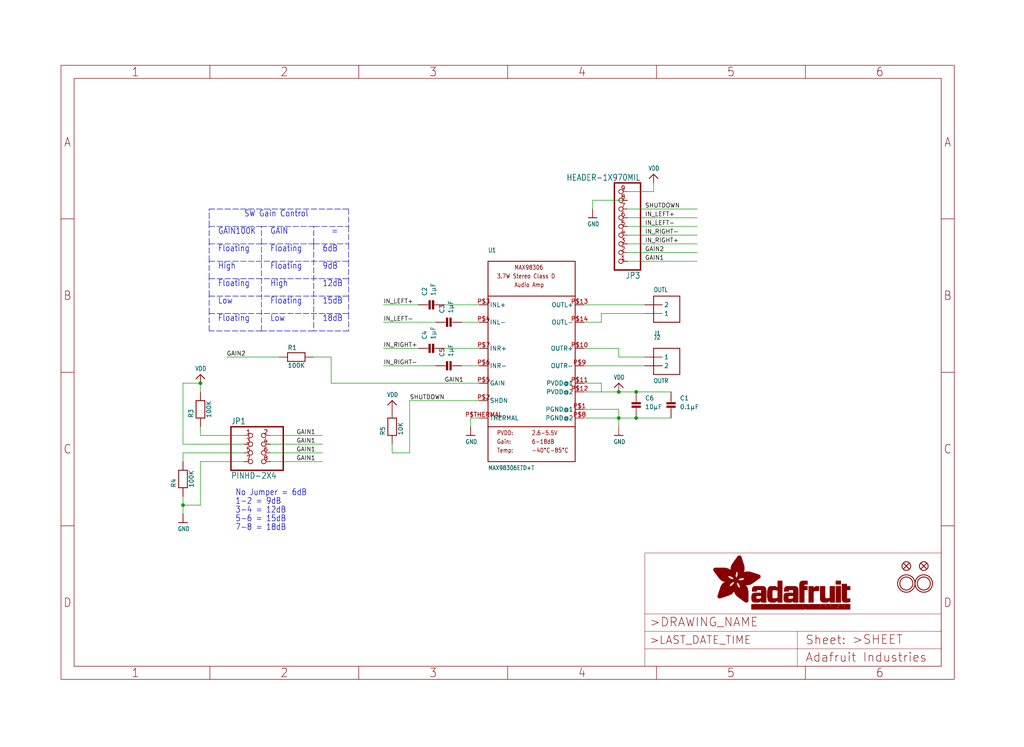
<source format=kicad_sch>
(kicad_sch (version 20211123) (generator eeschema)
  (paper "User" 298.45 217.881)
  (lib_symbols
    (symbol "schematicEagle-eagle-import:AUDIOAMP_MAX98306"
      (property "Reference" "U" (at -12.7 30.48 0))
      (property "Value" "AUDIOAMP_MAX98306" (at -12.7 -33.02 0))
      (symbol "AUDIOAMP_MAX98306_1_0"
        (text "-40°C-85°C" (at 0 -27.94 0) (effects (font (size 1.27 1.0795)) (justify left bottom)))
        (text "2.6-5.5V" (at 0 -22.86 0) (effects (font (size 1.27 1.0795)) (justify left bottom)))
        (text "3.7W Stereo Class D" (at -10.16 22.86 0) (effects (font (size 1.27 1.0795)) (justify left bottom)))
        (text "6-18dB" (at 0 -25.4 0) (effects (font (size 1.27 1.0795)) (justify left bottom)))
        (text "Audio Amp" (at -5.08 20.32 0) (effects (font (size 1.27 1.0795)) (justify left bottom)))
        (text "Gain:" (at -10.16 -25.4 0) (effects (font (size 1.27 1.0795)) (justify left bottom)))
        (text "MAX98306" (at -5.08 25.4 0) (effects (font (size 1.27 1.0795)) (justify left bottom)))
        (text "PVDD:" (at -10.16 -22.86 0) (effects (font (size 1.27 1.0795)) (justify left bottom)))
        (text "Temp:" (at -10.16 -27.94 0) (effects (font (size 1.27 1.0795)) (justify left bottom)))
        (pin power_in line (at 15.24 -15.24 180) (length 2.54) (name "PGND@1") (number "P$1"))
        (pin output line (at 15.24 2.54 180) (length 2.54) (name "OUTR+") (number "P$10"))
        (pin power_in line (at 15.24 -7.62 180) (length 2.54) (name "PVDD@1") (number "P$11"))
        (pin power_in line (at 15.24 -10.16 180) (length 2.54) (name "PVDD@2") (number "P$12"))
        (pin output line (at 15.24 15.24 180) (length 2.54) (name "OUTL+") (number "P$13"))
        (pin output line (at 15.24 10.16 180) (length 2.54) (name "OUTL-") (number "P$14"))
        (pin input line (at -15.24 -12.7 0) (length 2.54) (name "SHDN") (number "P$2"))
        (pin input line (at -15.24 15.24 0) (length 2.54) (name "INL+") (number "P$3"))
        (pin input line (at -15.24 10.16 0) (length 2.54) (name "INL-") (number "P$4"))
        (pin input line (at -15.24 -7.62 0) (length 2.54) (name "GAIN") (number "P$5"))
        (pin input line (at -15.24 -2.54 0) (length 2.54) (name "INR-") (number "P$6"))
        (pin input line (at -15.24 2.54 0) (length 2.54) (name "INR+") (number "P$7"))
        (pin power_in line (at 15.24 -17.78 180) (length 2.54) (name "PGND@2") (number "P$8"))
        (pin output line (at 15.24 -2.54 180) (length 2.54) (name "OUTR-") (number "P$9"))
        (pin power_in line (at -15.24 -17.78 0) (length 2.54) (name "THERMAL") (number "P$THERMAL"))
      )
    )
    (symbol "schematicEagle-eagle-import:CAP_CERAMIC0805"
      (property "Reference" "C" (at 2.54 2.54 0))
      (property "Value" "CAP_CERAMIC0805" (at 2.54 0 0))
      (symbol "CAP_CERAMIC0805_1_0"
        (pin passive line (at 0 5.08 270) (length 2.54) (name "P$1") (number "1"))
        (pin passive line (at 0 -2.54 90) (length 2.54) (name "P$2") (number "2"))
      )
    )
    (symbol "schematicEagle-eagle-import:FIDUCIAL{dblquote}{dblquote}")
    (symbol "schematicEagle-eagle-import:FRAME_A4_ADAFRUIT"
      (symbol "FRAME_A4_ADAFRUIT_0_0"
        (text "1" (at 21.6958 1.905 0) (effects (font (size 2.54 2.286))))
        (text "1" (at 21.6958 177.165 0) (effects (font (size 2.54 2.286))))
        (text "2" (at 65.0875 1.905 0) (effects (font (size 2.54 2.286))))
        (text "2" (at 65.0875 177.165 0) (effects (font (size 2.54 2.286))))
        (text "3" (at 108.4792 1.905 0) (effects (font (size 2.54 2.286))))
        (text "3" (at 108.4792 177.165 0) (effects (font (size 2.54 2.286))))
        (text "4" (at 151.8708 1.905 0) (effects (font (size 2.54 2.286))))
        (text "4" (at 151.8708 177.165 0) (effects (font (size 2.54 2.286))))
        (text "5" (at 195.2625 1.905 0) (effects (font (size 2.54 2.286))))
        (text "5" (at 195.2625 177.165 0) (effects (font (size 2.54 2.286))))
        (text "6" (at 238.6542 1.905 0) (effects (font (size 2.54 2.286))))
        (text "6" (at 238.6542 177.165 0) (effects (font (size 2.54 2.286))))
        (text "A" (at 1.905 156.6863 0) (effects (font (size 2.54 2.286))))
        (text "A" (at 258.445 156.6863 0) (effects (font (size 2.54 2.286))))
        (text "B" (at 1.905 111.9188 0) (effects (font (size 2.54 2.286))))
        (text "B" (at 258.445 111.9188 0) (effects (font (size 2.54 2.286))))
        (text "C" (at 1.905 67.1513 0) (effects (font (size 2.54 2.286))))
        (text "C" (at 258.445 67.1513 0) (effects (font (size 2.54 2.286))))
        (text "D" (at 1.905 22.3838 0) (effects (font (size 2.54 2.286))))
        (text "D" (at 258.445 22.3838 0) (effects (font (size 2.54 2.286))))
      )
      (symbol "FRAME_A4_ADAFRUIT_1_0"
        (text ">DRAWING_NAME" (at 171.45 15.24 0) (effects (font (size 2.54 2.54)) (justify left bottom)))
        (text ">LAST_DATE_TIME" (at 171.45 10.16 0) (effects (font (size 2.286 2.286)) (justify left bottom)))
        (text ">SHEET" (at 230.505 10.16 0) (effects (font (size 2.54 2.54)) (justify left bottom)))
        (text "Adafruit Industries" (at 216.916 4.953 0) (effects (font (size 2.54 2.54)) (justify left bottom)))
        (text "Sheet:" (at 216.916 10.033 0) (effects (font (size 2.54 2.54)) (justify left bottom)))
      )
    )
    (symbol "schematicEagle-eagle-import:GND" (power)
      (property "Value" "GND" (at -1.524 -2.54 0))
      (symbol "GND_1_0"
        (pin power_in line (at 0 2.54 270) (length 2.54) (name "GND") (number "1"))
      )
    )
    (symbol "schematicEagle-eagle-import:HEADER-1X970MIL"
      (property "Reference" "JP" (at -6.35 13.335 0))
      (property "Value" "HEADER-1X970MIL" (at -6.35 -15.24 0))
      (symbol "HEADER-1X970MIL_1_0"
        (pin passive inverted (at -2.54 10.16 0) (length 2.54) (name "1") (number "1"))
        (pin passive inverted (at -2.54 7.62 0) (length 2.54) (name "2") (number "2"))
        (pin passive inverted (at -2.54 5.08 0) (length 2.54) (name "3") (number "3"))
        (pin passive inverted (at -2.54 2.54 0) (length 2.54) (name "4") (number "4"))
        (pin passive inverted (at -2.54 0 0) (length 2.54) (name "5") (number "5"))
        (pin passive inverted (at -2.54 -2.54 0) (length 2.54) (name "6") (number "6"))
        (pin passive inverted (at -2.54 -5.08 0) (length 2.54) (name "7") (number "7"))
        (pin passive inverted (at -2.54 -7.62 0) (length 2.54) (name "8") (number "8"))
        (pin passive inverted (at -2.54 -10.16 0) (length 2.54) (name "9") (number "9"))
      )
    )
    (symbol "schematicEagle-eagle-import:MOUNTINGHOLE2.5")
    (symbol "schematicEagle-eagle-import:PINHD-2X4"
      (property "Reference" "JP" (at -6.35 8.255 0))
      (property "Value" "PINHD-2X4" (at -6.35 -7.62 0))
      (symbol "PINHD-2X4_1_0"
        (pin passive inverted (at -2.54 5.08 0) (length 2.54) (name "1") (number "1"))
        (pin passive inverted (at 5.08 5.08 180) (length 2.54) (name "2") (number "2"))
        (pin passive inverted (at -2.54 2.54 0) (length 2.54) (name "3") (number "3"))
        (pin passive inverted (at 5.08 2.54 180) (length 2.54) (name "4") (number "4"))
        (pin passive inverted (at -2.54 0 0) (length 2.54) (name "5") (number "5"))
        (pin passive inverted (at 5.08 0 180) (length 2.54) (name "6") (number "6"))
        (pin passive inverted (at -2.54 -2.54 0) (length 2.54) (name "7") (number "7"))
        (pin passive inverted (at 5.08 -2.54 180) (length 2.54) (name "8") (number "8"))
      )
    )
    (symbol "schematicEagle-eagle-import:RESISTOR0805"
      (property "Reference" "R" (at -2.54 2.032 0))
      (property "Value" "RESISTOR0805" (at -2.54 -3.175 0))
      (symbol "RESISTOR0805_1_0"
        (pin passive line (at -5.08 0 0) (length 2.54) (name "1") (number "1"))
        (pin passive line (at 5.08 0 180) (length 2.54) (name "2") (number "2"))
      )
    )
    (symbol "schematicEagle-eagle-import:TERMBLOCK_1X2"
      (property "Reference" "J" (at -2.54 7.62 0))
      (property "Value" "TERMBLOCK_1X2" (at -2.54 -5.08 0))
      (symbol "TERMBLOCK_1X2_1_0"
        (pin passive line (at -5.08 2.54 0) (length 5.08) (name "1") (number "1"))
        (pin passive line (at -5.08 0 0) (length 5.08) (name "2") (number "2"))
      )
    )
    (symbol "schematicEagle-eagle-import:VDD" (power)
      (property "Value" "VDD" (at -1.524 1.016 0))
      (symbol "VDD_1_0"
        (pin power_in line (at 0 -2.54 90) (length 2.54) (name "VDD") (number "1"))
      )
    )
  )
  (junction (at 180.34 114.3))
  (junction (at 58.42 111.76))
  (junction (at 53.34 147.32))
  (junction (at 180.34 121.92))
  (junction (at 185.42 121.92))
  (junction (at 185.42 114.3))
  (wire (pts (xy 78.74 127) (xy 93.98 127)))
  (wire (pts (xy 185.42 121.92) (xy 180.34 121.92)))
  (polyline (pts (xy 60.96 86.36) (xy 60.96 81.28)))
  (polyline (pts (xy 101.6 76.2) (xy 101.6 81.28)))
  (wire (pts (xy 175.26 91.44) (xy 187.96 91.44)))
  (wire (pts (xy 96.52 111.76) (xy 96.52 104.14)))
  (wire (pts (xy 78.74 134.62) (xy 93.98 134.62)))
  (wire (pts (xy 114.3 132.08) (xy 114.3 129.54)))
  (wire (pts (xy 170.18 114.3) (xy 180.34 114.3)))
  (polyline (pts (xy 101.6 71.12) (xy 101.6 76.2)))
  (wire (pts (xy 190.5 55.88) (xy 190.5 53.34)))
  (wire (pts (xy 170.18 111.76) (xy 175.26 111.76)))
  (wire (pts (xy 78.74 132.08) (xy 93.98 132.08)))
  (wire (pts (xy 127 93.98) (xy 111.76 93.98)))
  (wire (pts (xy 71.12 134.62) (xy 58.42 134.62)))
  (wire (pts (xy 175.26 93.98) (xy 175.26 91.44)))
  (polyline (pts (xy 101.6 60.96) (xy 101.6 66.04)))
  (wire (pts (xy 182.88 66.04) (xy 203.2 66.04)))
  (wire (pts (xy 182.88 76.2) (xy 203.2 76.2)))
  (wire (pts (xy 139.7 116.84) (xy 119.38 116.84)))
  (wire (pts (xy 53.34 129.54) (xy 53.34 111.76)))
  (wire (pts (xy 139.7 101.6) (xy 129.54 101.6)))
  (wire (pts (xy 170.18 88.9) (xy 187.96 88.9)))
  (wire (pts (xy 182.88 58.42) (xy 172.72 58.42)))
  (wire (pts (xy 58.42 127) (xy 58.42 124.46)))
  (wire (pts (xy 170.18 119.38) (xy 180.34 119.38)))
  (wire (pts (xy 71.12 132.08) (xy 53.34 132.08)))
  (wire (pts (xy 195.58 121.92) (xy 185.42 121.92)))
  (polyline (pts (xy 91.44 71.12) (xy 101.6 71.12)))
  (wire (pts (xy 53.34 111.76) (xy 58.42 111.76)))
  (wire (pts (xy 139.7 121.92) (xy 137.16 121.92)))
  (wire (pts (xy 58.42 114.3) (xy 58.42 111.76)))
  (polyline (pts (xy 60.96 66.04) (xy 60.96 60.96)))
  (polyline (pts (xy 101.6 66.04) (xy 101.6 71.12)))
  (wire (pts (xy 172.72 58.42) (xy 172.72 60.96)))
  (wire (pts (xy 170.18 121.92) (xy 180.34 121.92)))
  (wire (pts (xy 182.88 73.66) (xy 203.2 73.66)))
  (polyline (pts (xy 101.6 91.44) (xy 101.6 96.52)))
  (wire (pts (xy 170.18 106.68) (xy 187.96 106.68)))
  (polyline (pts (xy 60.96 81.28) (xy 101.6 81.28)))
  (wire (pts (xy 96.52 104.14) (xy 91.44 104.14)))
  (polyline (pts (xy 60.96 91.44) (xy 60.96 86.36)))
  (wire (pts (xy 180.34 104.14) (xy 187.96 104.14)))
  (wire (pts (xy 53.34 147.32) (xy 53.34 149.86)))
  (wire (pts (xy 121.92 101.6) (xy 111.76 101.6)))
  (wire (pts (xy 139.7 111.76) (xy 96.52 111.76)))
  (wire (pts (xy 127 106.68) (xy 111.76 106.68)))
  (wire (pts (xy 139.7 88.9) (xy 129.54 88.9)))
  (polyline (pts (xy 101.6 96.52) (xy 91.44 96.52)))
  (wire (pts (xy 182.88 55.88) (xy 190.5 55.88)))
  (polyline (pts (xy 101.6 86.36) (xy 101.6 91.44)))
  (wire (pts (xy 180.34 119.38) (xy 180.34 121.92)))
  (wire (pts (xy 180.34 121.92) (xy 180.34 124.46)))
  (polyline (pts (xy 76.2 96.52) (xy 60.96 96.52)))
  (wire (pts (xy 71.12 127) (xy 58.42 127)))
  (wire (pts (xy 53.34 144.78) (xy 53.34 147.32)))
  (polyline (pts (xy 60.96 81.28) (xy 60.96 76.2)))
  (polyline (pts (xy 60.96 66.04) (xy 76.2 66.04)))
  (wire (pts (xy 119.38 132.08) (xy 114.3 132.08)))
  (polyline (pts (xy 76.2 66.04) (xy 91.44 66.04)))
  (wire (pts (xy 53.34 132.08) (xy 53.34 134.62)))
  (wire (pts (xy 58.42 134.62) (xy 58.42 147.32)))
  (polyline (pts (xy 60.96 76.2) (xy 60.96 71.12)))
  (polyline (pts (xy 76.2 71.12) (xy 76.2 66.04)))
  (wire (pts (xy 175.26 111.76) (xy 175.26 114.3)))
  (wire (pts (xy 182.88 63.5) (xy 203.2 63.5)))
  (wire (pts (xy 180.34 114.3) (xy 185.42 114.3)))
  (polyline (pts (xy 60.96 96.52) (xy 60.96 91.44)))
  (polyline (pts (xy 76.2 71.12) (xy 91.44 71.12)))
  (polyline (pts (xy 60.96 71.12) (xy 60.96 66.04)))
  (polyline (pts (xy 60.96 91.44) (xy 101.6 91.44)))
  (wire (pts (xy 71.12 129.54) (xy 53.34 129.54)))
  (wire (pts (xy 139.7 106.68) (xy 134.62 106.68)))
  (polyline (pts (xy 60.96 71.12) (xy 76.2 71.12)))
  (polyline (pts (xy 101.6 81.28) (xy 101.6 86.36)))
  (wire (pts (xy 137.16 121.92) (xy 137.16 124.46)))
  (wire (pts (xy 170.18 93.98) (xy 175.26 93.98)))
  (wire (pts (xy 182.88 60.96) (xy 203.2 60.96)))
  (wire (pts (xy 182.88 68.58) (xy 203.2 68.58)))
  (wire (pts (xy 139.7 93.98) (xy 134.62 93.98)))
  (wire (pts (xy 81.28 104.14) (xy 66.04 104.14)))
  (polyline (pts (xy 60.96 86.36) (xy 101.6 86.36)))
  (polyline (pts (xy 91.44 96.52) (xy 76.2 96.52)))
  (polyline (pts (xy 60.96 76.2) (xy 101.6 76.2)))
  (wire (pts (xy 58.42 147.32) (xy 53.34 147.32)))
  (polyline (pts (xy 60.96 60.96) (xy 101.6 60.96)))
  (polyline (pts (xy 76.2 96.52) (xy 76.2 71.12)))
  (polyline (pts (xy 91.44 66.04) (xy 101.6 66.04)))
  (wire (pts (xy 180.34 101.6) (xy 180.34 104.14)))
  (wire (pts (xy 185.42 114.3) (xy 195.58 114.3)))
  (wire (pts (xy 121.92 88.9) (xy 111.76 88.9)))
  (wire (pts (xy 182.88 71.12) (xy 203.2 71.12)))
  (wire (pts (xy 170.18 101.6) (xy 180.34 101.6)))
  (wire (pts (xy 119.38 116.84) (xy 119.38 132.08)))
  (polyline (pts (xy 91.44 71.12) (xy 91.44 66.04)))
  (wire (pts (xy 78.74 129.54) (xy 93.98 129.54)))
  (polyline (pts (xy 91.44 71.12) (xy 91.44 96.52)))
  (text "No Jumper = 6dB" (at 68.58 144.78 180) (effects (font (size 1.778 1.5113)) (justify left bottom)))
  (text "=" (at 96.52 68.58 180) (effects (font (size 1.778 1.5113)) (justify left bottom)))
  (text "Floating" (at 78.74 78.74 180) (effects (font (size 1.778 1.5113)) (justify left bottom)))
  (text "3-4 = 12dB" (at 68.58 149.86 180) (effects (font (size 1.778 1.5113)) (justify left bottom)))
  (text "Low" (at 63.5 88.9 180) (effects (font (size 1.778 1.5113)) (justify left bottom)))
  (text "5-6 = 15dB" (at 68.58 152.4 180) (effects (font (size 1.778 1.5113)) (justify left bottom)))
  (text "6dB" (at 93.98 73.66 180) (effects (font (size 1.778 1.5113)) (justify left bottom)))
  (text "Floating" (at 78.74 88.9 180) (effects (font (size 1.778 1.5113)) (justify left bottom)))
  (text "Low" (at 78.74 93.98 180) (effects (font (size 1.778 1.5113)) (justify left bottom)))
  (text "Floating" (at 63.5 93.98 180) (effects (font (size 1.778 1.5113)) (justify left bottom)))
  (text "GAIN100K" (at 63.5 68.58 180) (effects (font (size 1.778 1.5113)) (justify left bottom)))
  (text "Floating" (at 78.74 73.66 180) (effects (font (size 1.778 1.5113)) (justify left bottom)))
  (text "GAIN" (at 78.74 68.58 180) (effects (font (size 1.778 1.5113)) (justify left bottom)))
  (text "1-2 = 9dB" (at 68.58 147.32 180) (effects (font (size 1.778 1.5113)) (justify left bottom)))
  (text "SW Gain Control" (at 71.12 63.5 180) (effects (font (size 1.778 1.5113)) (justify left bottom)))
  (text "12dB" (at 93.98 83.82 180) (effects (font (size 1.778 1.5113)) (justify left bottom)))
  (text "Floating" (at 63.5 83.82 180) (effects (font (size 1.778 1.5113)) (justify left bottom)))
  (text "High" (at 78.74 83.82 180) (effects (font (size 1.778 1.5113)) (justify left bottom)))
  (text "15dB" (at 93.98 88.9 180) (effects (font (size 1.778 1.5113)) (justify left bottom)))
  (text "7-8 = 18dB" (at 68.58 154.94 180) (effects (font (size 1.778 1.5113)) (justify left bottom)))
  (text "18dB" (at 93.98 93.98 180) (effects (font (size 1.778 1.5113)) (justify left bottom)))
  (text "High" (at 63.5 78.74 180) (effects (font (size 1.778 1.5113)) (justify left bottom)))
  (text "Floating" (at 63.5 73.66 180) (effects (font (size 1.778 1.5113)) (justify left bottom)))
  (text "9dB" (at 93.98 78.74 180) (effects (font (size 1.778 1.5113)) (justify left bottom)))
  (label "GAIN1" (at 86.36 127 0) (effects (font (size 1.2446 1.2446))))
  (label "IN_RIGHT-" (at 111.76 106.68 0) (effects (font (size 1.2446 1.2446))))
  (label "SHUTDOWN" (at 187.96 60.96 0) (effects (font (size 1.2446 1.2446))))
  (label "GAIN1" (at 86.36 134.62 0) (effects (font (size 1.2446 1.2446))))
  (label "GAIN1" (at 86.36 129.54 0) (effects (font (size 1.2446 1.2446))))
  (label "SHUTDOWN" (at 119.38 116.84 0) (effects (font (size 1.2446 1.2446))))
  (label "GAIN2" (at 187.96 73.66 0) (effects (font (size 1.2446 1.2446))))
  (label "IN_RIGHT+" (at 187.96 71.12 0) (effects (font (size 1.2446 1.2446))))
  (label "GAIN1" (at 129.54 111.76 0) (effects (font (size 1.2446 1.2446))))
  (label "IN_RIGHT-" (at 187.96 68.58 0) (effects (font (size 1.2446 1.2446))))
  (label "IN_LEFT+" (at 111.76 88.9 0) (effects (font (size 1.2446 1.2446))))
  (label "GAIN1" (at 86.36 132.08 0) (effects (font (size 1.2446 1.2446))))
  (label "IN_RIGHT+" (at 111.76 101.6 0) (effects (font (size 1.2446 1.2446))))
  (label "IN_LEFT+" (at 187.96 63.5 0) (effects (font (size 1.2446 1.2446))))
  (label "GAIN1" (at 187.96 76.2 0) (effects (font (size 1.2446 1.2446))))
  (label "IN_LEFT-" (at 111.76 93.98 0) (effects (font (size 1.2446 1.2446))))
  (label "IN_LEFT-" (at 187.96 66.04 0) (effects (font (size 1.2446 1.2446))))
  (label "GAIN2" (at 66.04 104.14 0) (effects (font (size 1.2446 1.2446))))
  (symbol (lib_id "schematicEagle-eagle-import:CAP_CERAMIC0805") (at 127 88.9 90) (unit 1)
    (property "Reference" "C2" (at 124.46 86.36 0) (effects (justify left bottom)))
    (property "Value" "1µF" (at 127 86.36 0) (effects (justify left bottom)))
    (property "Footprint" "schematicEagle:0805" (effects hide))
  )
  (symbol (lib_id "schematicEagle-eagle-import:VDD") (at 114.3 116.84 0) (unit 1)
    (property "Reference" "#U$8" (effects hide))
    (property "Value" "VDD" (at 112.776 115.824 0) (effects (font (size 1.27 1.0795)) (justify left bottom)))
    (property "Footprint" "schematicEagle:" (effects hide))
  )
  (symbol (lib_id "schematicEagle-eagle-import:CAP_CERAMIC0805") (at 127 101.6 90) (unit 1)
    (property "Reference" "C4" (at 124.46 99.06 0) (effects (justify left bottom)))
    (property "Value" "1µF" (at 127 99.06 0) (effects (justify left bottom)))
    (property "Footprint" "schematicEagle:0805" (effects hide))
  )
  (symbol (lib_id "schematicEagle-eagle-import:AUDIOAMP_MAX98306") (at 154.94 104.14 0) (unit 1)
    (property "Reference" "U1" (at 142.24 73.66 0) (effects (font (size 1.27 1.0795)) (justify left bottom)))
    (property "Value" "MAX98306ETD+T" (at 142.24 137.16 0) (effects (font (size 1.27 1.0795)) (justify left bottom)))
    (property "Footprint" "schematicEagle:TDFN14_3X3MM" (effects hide))
  )
  (symbol (lib_id "schematicEagle-eagle-import:TERMBLOCK_1X2") (at 193.04 88.9 0) (mirror x) (unit 1)
    (property "Reference" "J1" (at 190.5 96.52 0) (effects (font (size 1.27 1.0795)) (justify left bottom)))
    (property "Value" "OUTL" (at 190.5 83.82 0) (effects (font (size 1.27 1.0795)) (justify left bottom)))
    (property "Footprint" "schematicEagle:TERMBLOCK_1X2-3.5MM" (effects hide))
  )
  (symbol (lib_id "schematicEagle-eagle-import:FIDUCIAL{dblquote}{dblquote}") (at 264.16 165.1 0) (unit 1)
    (property "Reference" "FID2" (effects hide))
    (property "Value" "FIDUCIAL{dblquote}{dblquote}" (effects hide))
    (property "Footprint" "schematicEagle:FIDUCIAL_1MM" (effects hide))
  )
  (symbol (lib_id "schematicEagle-eagle-import:CAP_CERAMIC0805") (at 185.42 119.38 0) (unit 1)
    (property "Reference" "C6" (at 187.96 116.84 0) (effects (justify left bottom)))
    (property "Value" "10µF" (at 187.96 119.38 0) (effects (justify left bottom)))
    (property "Footprint" "schematicEagle:0805" (effects hide))
  )
  (symbol (lib_id "schematicEagle-eagle-import:CAP_CERAMIC0805") (at 132.08 106.68 90) (unit 1)
    (property "Reference" "C5" (at 129.54 104.14 0) (effects (justify left bottom)))
    (property "Value" "1µF" (at 132.08 104.14 0) (effects (justify left bottom)))
    (property "Footprint" "schematicEagle:0805" (effects hide))
  )
  (symbol (lib_id "schematicEagle-eagle-import:MOUNTINGHOLE2.5") (at 269.24 170.18 0) (unit 1)
    (property "Reference" "U$6" (effects hide))
    (property "Value" "MOUNTINGHOLE2.5" (effects hide))
    (property "Footprint" "schematicEagle:MOUNTINGHOLE_2.5_PLATED" (effects hide))
  )
  (symbol (lib_id "schematicEagle-eagle-import:RESISTOR0805") (at 58.42 119.38 90) (unit 1)
    (property "Reference" "R3" (at 56.388 121.92 0) (effects (justify left bottom)))
    (property "Value" "100K" (at 61.595 121.92 0) (effects (justify left bottom)))
    (property "Footprint" "schematicEagle:0805" (effects hide))
  )
  (symbol (lib_id "schematicEagle-eagle-import:VDD") (at 190.5 50.8 0) (unit 1)
    (property "Reference" "#U$11" (effects hide))
    (property "Value" "VDD" (at 188.976 49.784 0) (effects (font (size 1.27 1.0795)) (justify left bottom)))
    (property "Footprint" "schematicEagle:" (effects hide))
  )
  (symbol (lib_id "schematicEagle-eagle-import:FIDUCIAL{dblquote}{dblquote}") (at 269.24 165.1 0) (unit 1)
    (property "Reference" "FID1" (effects hide))
    (property "Value" "FIDUCIAL{dblquote}{dblquote}" (effects hide))
    (property "Footprint" "schematicEagle:FIDUCIAL_1MM" (effects hide))
  )
  (symbol (lib_id "schematicEagle-eagle-import:VDD") (at 180.34 111.76 0) (unit 1)
    (property "Reference" "#U$2" (effects hide))
    (property "Value" "VDD" (at 178.816 110.744 0) (effects (font (size 1.27 1.0795)) (justify left bottom)))
    (property "Footprint" "schematicEagle:" (effects hide))
  )
  (symbol (lib_id "schematicEagle-eagle-import:MOUNTINGHOLE2.5") (at 264.16 170.18 0) (unit 1)
    (property "Reference" "U$7" (effects hide))
    (property "Value" "MOUNTINGHOLE2.5" (effects hide))
    (property "Footprint" "schematicEagle:MOUNTINGHOLE_2.5_PLATED" (effects hide))
  )
  (symbol (lib_id "schematicEagle-eagle-import:CAP_CERAMIC0805") (at 132.08 93.98 90) (unit 1)
    (property "Reference" "C3" (at 129.54 91.44 0) (effects (justify left bottom)))
    (property "Value" "1µF" (at 132.08 91.44 0) (effects (justify left bottom)))
    (property "Footprint" "schematicEagle:0805" (effects hide))
  )
  (symbol (lib_id "schematicEagle-eagle-import:GND") (at 53.34 152.4 0) (unit 1)
    (property "Reference" "#U$5" (effects hide))
    (property "Value" "GND" (at 51.816 154.94 0) (effects (font (size 1.27 1.0795)) (justify left bottom)))
    (property "Footprint" "schematicEagle:" (effects hide))
  )
  (symbol (lib_id "schematicEagle-eagle-import:VDD") (at 58.42 109.22 0) (unit 1)
    (property "Reference" "#U$4" (effects hide))
    (property "Value" "VDD" (at 56.896 108.204 0) (effects (font (size 1.27 1.0795)) (justify left bottom)))
    (property "Footprint" "schematicEagle:" (effects hide))
  )
  (symbol (lib_id "schematicEagle-eagle-import:RESISTOR0805") (at 114.3 124.46 90) (unit 1)
    (property "Reference" "R5" (at 112.268 127 0) (effects (justify left bottom)))
    (property "Value" "10K" (at 117.475 127 0) (effects (justify left bottom)))
    (property "Footprint" "schematicEagle:0805" (effects hide))
  )
  (symbol (lib_id "schematicEagle-eagle-import:RESISTOR0805") (at 86.36 104.14 0) (unit 1)
    (property "Reference" "R1" (at 83.82 102.108 0) (effects (justify left bottom)))
    (property "Value" "100K" (at 83.82 107.315 0) (effects (justify left bottom)))
    (property "Footprint" "schematicEagle:0805" (effects hide))
  )
  (symbol (lib_id "schematicEagle-eagle-import:RESISTOR0805") (at 53.34 139.7 90) (unit 1)
    (property "Reference" "R4" (at 51.308 142.24 0) (effects (justify left bottom)))
    (property "Value" "100K" (at 56.515 142.24 0) (effects (justify left bottom)))
    (property "Footprint" "schematicEagle:0805" (effects hide))
  )
  (symbol (lib_id "schematicEagle-eagle-import:GND") (at 172.72 63.5 0) (unit 1)
    (property "Reference" "#U$12" (effects hide))
    (property "Value" "GND" (at 171.196 66.04 0) (effects (font (size 1.27 1.0795)) (justify left bottom)))
    (property "Footprint" "schematicEagle:" (effects hide))
  )
  (symbol (lib_id "schematicEagle-eagle-import:PINHD-2X4") (at 73.66 132.08 0) (unit 1)
    (property "Reference" "JP1" (at 67.31 123.825 0) (effects (font (size 1.778 1.5113)) (justify left bottom)))
    (property "Value" "PINHD-2X4" (at 67.31 139.7 0) (effects (font (size 1.778 1.5113)) (justify left bottom)))
    (property "Footprint" "schematicEagle:2X04" (effects hide))
  )
  (symbol (lib_id "schematicEagle-eagle-import:GND") (at 137.16 127 0) (unit 1)
    (property "Reference" "#U$9" (effects hide))
    (property "Value" "GND" (at 135.636 129.54 0) (effects (font (size 1.27 1.0795)) (justify left bottom)))
    (property "Footprint" "schematicEagle:" (effects hide))
  )
  (symbol (lib_id "schematicEagle-eagle-import:FRAME_A4_ADAFRUIT") (at 17.78 198.12 0) (unit 1)
    (property "Reference" "#U$1" (effects hide))
    (property "Value" "FRAME_A4_ADAFRUIT" (effects hide))
    (property "Footprint" "schematicEagle:" (effects hide))
  )
  (symbol (lib_id "schematicEagle-eagle-import:TERMBLOCK_1X2") (at 193.04 106.68 0) (unit 1)
    (property "Reference" "J2" (at 190.5 99.06 0) (effects (font (size 1.27 1.0795)) (justify left bottom)))
    (property "Value" "OUTR" (at 190.5 111.76 0) (effects (font (size 1.27 1.0795)) (justify left bottom)))
    (property "Footprint" "schematicEagle:TERMBLOCK_1X2-3.5MM" (effects hide))
  )
  (symbol (lib_id "schematicEagle-eagle-import:HEADER-1X970MIL") (at 180.34 66.04 180) (unit 1)
    (property "Reference" "JP3" (at 186.69 79.375 0) (effects (font (size 1.778 1.5113)) (justify left bottom)))
    (property "Value" "HEADER-1X970MIL" (at 186.69 50.8 0) (effects (font (size 1.778 1.5113)) (justify left bottom)))
    (property "Footprint" "schematicEagle:1X09_ROUND_70" (effects hide))
  )
  (symbol (lib_id "schematicEagle-eagle-import:CAP_CERAMIC0805") (at 195.58 119.38 0) (unit 1)
    (property "Reference" "C1" (at 198.12 116.84 0) (effects (justify left bottom)))
    (property "Value" "0.1µF" (at 198.12 119.38 0) (effects (justify left bottom)))
    (property "Footprint" "schematicEagle:0805" (effects hide))
  )
  (symbol (lib_id "schematicEagle-eagle-import:GND") (at 180.34 127 0) (unit 1)
    (property "Reference" "#U$3" (effects hide))
    (property "Value" "GND" (at 178.816 129.54 0) (effects (font (size 1.27 1.0795)) (justify left bottom)))
    (property "Footprint" "schematicEagle:" (effects hide))
  )
)
</source>
